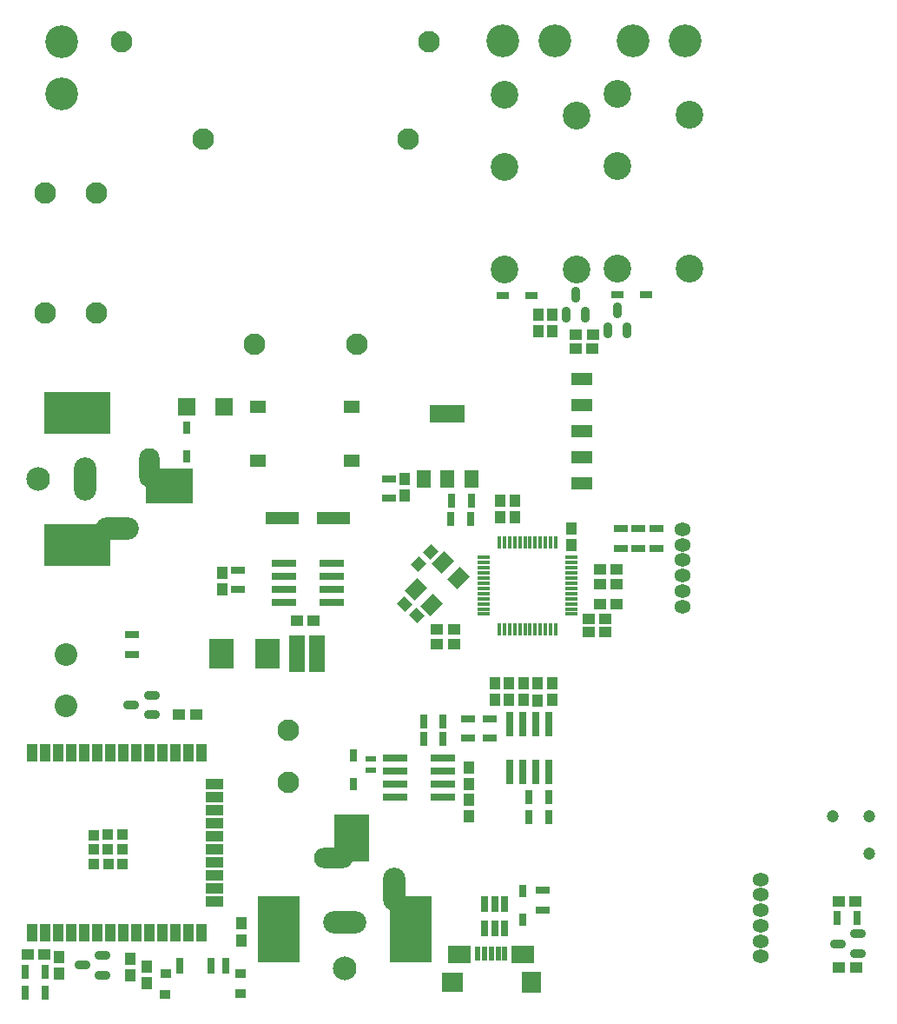
<source format=gts>
G04*
G04 #@! TF.GenerationSoftware,Altium Limited,Altium Designer,22.2.1 (43)*
G04*
G04 Layer_Color=8388736*
%FSLAX25Y25*%
%MOIN*%
G70*
G04*
G04 #@! TF.SameCoordinates,65C05967-714E-454F-997F-66751C825CAB*
G04*
G04*
G04 #@! TF.FilePolarity,Negative*
G04*
G01*
G75*
%ADD62R,0.04528X0.02559*%
G04:AMPARAMS|DCode=63|XSize=57.61mil|YSize=32.02mil|CornerRadius=10mil|HoleSize=0mil|Usage=FLASHONLY|Rotation=270.000|XOffset=0mil|YOffset=0mil|HoleType=Round|Shape=RoundedRectangle|*
%AMROUNDEDRECTD63*
21,1,0.05761,0.01201,0,0,270.0*
21,1,0.03760,0.03202,0,0,270.0*
1,1,0.02001,-0.00600,-0.01880*
1,1,0.02001,-0.00600,0.01880*
1,1,0.02001,0.00600,0.01880*
1,1,0.02001,0.00600,-0.01880*
%
%ADD63ROUNDEDRECTD63*%
%ADD64R,0.03900X0.04600*%
%ADD65R,0.08320X0.04895*%
%ADD66R,0.05512X0.03150*%
G04:AMPARAMS|DCode=67|XSize=57.61mil|YSize=32.02mil|CornerRadius=10mil|HoleSize=0mil|Usage=FLASHONLY|Rotation=0.000|XOffset=0mil|YOffset=0mil|HoleType=Round|Shape=RoundedRectangle|*
%AMROUNDEDRECTD67*
21,1,0.05761,0.01201,0,0,0.0*
21,1,0.03760,0.03202,0,0,0.0*
1,1,0.02001,0.01880,-0.00600*
1,1,0.02001,-0.01880,-0.00600*
1,1,0.02001,-0.01880,0.00600*
1,1,0.02001,0.01880,0.00600*
%
%ADD67ROUNDEDRECTD67*%
%ADD68R,0.04600X0.03900*%
%ADD69R,0.04343X0.06706*%
%ADD70R,0.06706X0.04343*%
%ADD71R,0.04343X0.04343*%
%ADD72R,0.04343X0.04343*%
%ADD73R,0.03150X0.05512*%
G04:AMPARAMS|DCode=74|XSize=46mil|YSize=39mil|CornerRadius=0mil|HoleSize=0mil|Usage=FLASHONLY|Rotation=45.000|XOffset=0mil|YOffset=0mil|HoleType=Round|Shape=Rectangle|*
%AMROTATEDRECTD74*
4,1,4,-0.00248,-0.03005,-0.03005,-0.00248,0.00248,0.03005,0.03005,0.00248,-0.00248,-0.03005,0.0*
%
%ADD74ROTATEDRECTD74*%

G04:AMPARAMS|DCode=75|XSize=66.93mil|YSize=53.15mil|CornerRadius=0mil|HoleSize=0mil|Usage=FLASHONLY|Rotation=45.000|XOffset=0mil|YOffset=0mil|HoleType=Round|Shape=Rectangle|*
%AMROTATEDRECTD75*
4,1,4,-0.00487,-0.04245,-0.04245,-0.00487,0.00487,0.04245,0.04245,0.00487,-0.00487,-0.04245,0.0*
%
%ADD75ROTATEDRECTD75*%

%ADD76R,0.01575X0.05118*%
%ADD77R,0.05118X0.01575*%
G04:AMPARAMS|DCode=78|XSize=46mil|YSize=39mil|CornerRadius=0mil|HoleSize=0mil|Usage=FLASHONLY|Rotation=315.000|XOffset=0mil|YOffset=0mil|HoleType=Round|Shape=Rectangle|*
%AMROTATEDRECTD78*
4,1,4,-0.03005,0.00248,-0.00248,0.03005,0.03005,-0.00248,0.00248,-0.03005,-0.03005,0.00248,0.0*
%
%ADD78ROTATEDRECTD78*%

%ADD79R,0.09658X0.02769*%
%ADD80R,0.04331X0.02362*%
%ADD81R,0.02559X0.04528*%
%ADD82R,0.25210X0.16154*%
%ADD83R,0.18123X0.13792*%
%ADD84R,0.12611X0.04737*%
%ADD85R,0.06693X0.06693*%
%ADD86R,0.09300X0.11599*%
%ADD87R,0.01968X0.05709*%
%ADD88R,0.08661X0.06693*%
%ADD89R,0.07874X0.07480*%
%ADD90R,0.07480X0.07874*%
%ADD91R,0.03162X0.06154*%
%ADD92R,0.05918X0.14186*%
%ADD93R,0.04331X0.03543*%
%ADD94R,0.03150X0.06299*%
%ADD95R,0.06378X0.05118*%
%ADD96R,0.05524X0.07099*%
%ADD97R,0.13792X0.07099*%
%ADD98R,0.02769X0.09658*%
%ADD99R,0.16154X0.25210*%
%ADD100R,0.13792X0.18123*%
%ADD101O,0.06299X0.05118*%
%ADD102C,0.04737*%
%ADD103C,0.10642*%
%ADD104C,0.08268*%
%ADD105C,0.08674*%
%ADD106O,0.07887X0.14973*%
%ADD107O,0.16548X0.08674*%
%ADD108O,0.08674X0.16548*%
%ADD109C,0.09068*%
%ADD110C,0.12611*%
%ADD111C,0.00394*%
%ADD112O,0.14973X0.07887*%
D62*
X201969Y274410D02*
D03*
X190945D02*
D03*
X235039Y274803D02*
D03*
X246063D02*
D03*
D63*
X231201Y261004D02*
D03*
X238681D02*
D03*
X234941Y268721D02*
D03*
X215158Y267008D02*
D03*
X222638D02*
D03*
X218898Y274724D02*
D03*
D64*
X204528Y266929D02*
D03*
Y260529D02*
D03*
X209842Y266980D02*
D03*
Y260579D02*
D03*
X217323Y185090D02*
D03*
Y178690D02*
D03*
X195669Y189320D02*
D03*
Y195720D02*
D03*
X189764Y195720D02*
D03*
Y189320D02*
D03*
X153150Y203987D02*
D03*
Y197587D02*
D03*
X204331Y125542D02*
D03*
Y119142D02*
D03*
X198819Y125641D02*
D03*
Y119241D02*
D03*
X193307Y125641D02*
D03*
Y119241D02*
D03*
X187795Y125641D02*
D03*
Y119241D02*
D03*
X177913Y74595D02*
D03*
Y80995D02*
D03*
X177854Y93357D02*
D03*
Y86958D02*
D03*
X54331Y10580D02*
D03*
Y16980D02*
D03*
X209842Y119241D02*
D03*
Y125641D02*
D03*
X20571Y20621D02*
D03*
Y14221D02*
D03*
X47835Y13532D02*
D03*
Y19932D02*
D03*
X90551Y27115D02*
D03*
Y33515D02*
D03*
X83071Y161662D02*
D03*
Y168062D02*
D03*
D65*
X221350Y202244D02*
D03*
Y212244D02*
D03*
Y222244D02*
D03*
Y232244D02*
D03*
Y242244D02*
D03*
D66*
X48425Y144291D02*
D03*
Y136811D02*
D03*
X236221Y177362D02*
D03*
Y184843D02*
D03*
X250000Y177362D02*
D03*
Y184843D02*
D03*
X242913Y177362D02*
D03*
Y184843D02*
D03*
X147244Y204134D02*
D03*
Y196653D02*
D03*
X185827Y112008D02*
D03*
Y104528D02*
D03*
X177559Y112008D02*
D03*
Y104528D02*
D03*
X89370Y161614D02*
D03*
Y169095D02*
D03*
X206299Y46260D02*
D03*
Y38780D02*
D03*
D67*
X56102Y113484D02*
D03*
Y120965D02*
D03*
X48386Y117224D02*
D03*
X37126Y13780D02*
D03*
Y21260D02*
D03*
X29409Y17520D02*
D03*
X327291Y22063D02*
D03*
Y29543D02*
D03*
X319575Y25803D02*
D03*
D68*
X66682Y113484D02*
D03*
X73082D02*
D03*
X172098Y146161D02*
D03*
X165698D02*
D03*
X230267Y145177D02*
D03*
X223867D02*
D03*
X230267Y150394D02*
D03*
X223867D02*
D03*
X234696Y155905D02*
D03*
X228296D02*
D03*
X172098Y140650D02*
D03*
X165698D02*
D03*
X225247Y253839D02*
D03*
X218847D02*
D03*
X225444Y259350D02*
D03*
X219044D02*
D03*
X234696Y163779D02*
D03*
X228296D02*
D03*
X234696Y169291D02*
D03*
X228296D02*
D03*
X326428Y16535D02*
D03*
X320028D02*
D03*
X319900Y41900D02*
D03*
X326300D02*
D03*
X118161Y149606D02*
D03*
X111761D02*
D03*
X8611Y21654D02*
D03*
X15011D02*
D03*
D69*
X10315Y30138D02*
D03*
X15315D02*
D03*
X20315D02*
D03*
X25315D02*
D03*
X30315D02*
D03*
X35315D02*
D03*
X40315D02*
D03*
X45315D02*
D03*
X50315D02*
D03*
X55315D02*
D03*
X60315D02*
D03*
X65315D02*
D03*
X70315D02*
D03*
X75315D02*
D03*
X10315Y98996D02*
D03*
X15315Y98996D02*
D03*
X20315D02*
D03*
X25315D02*
D03*
X30315D02*
D03*
X35315D02*
D03*
X40315D02*
D03*
X45315D02*
D03*
X50315D02*
D03*
X55315D02*
D03*
X60315D02*
D03*
X65315D02*
D03*
X70315D02*
D03*
X75315D02*
D03*
D70*
X80236Y42067D02*
D03*
D03*
Y47067D02*
D03*
Y52067D02*
D03*
Y57067D02*
D03*
Y62067D02*
D03*
Y67067D02*
D03*
Y72067D02*
D03*
Y77067D02*
D03*
Y82067D02*
D03*
X80315Y87067D02*
D03*
D71*
X33815Y61874D02*
D03*
X33772Y67449D02*
D03*
X39390Y61917D02*
D03*
X39346Y67492D02*
D03*
X44965Y61961D02*
D03*
X44921Y67535D02*
D03*
X33858Y56299D02*
D03*
D72*
X39433Y56343D02*
D03*
X45008Y56386D02*
D03*
D73*
X7677Y7087D02*
D03*
X15157D02*
D03*
X7677Y14961D02*
D03*
X15157D02*
D03*
X200984Y74410D02*
D03*
X208465D02*
D03*
X200984Y81890D02*
D03*
X208465D02*
D03*
X178746Y195669D02*
D03*
X171266D02*
D03*
X178543Y188583D02*
D03*
X171063D02*
D03*
X160433Y104331D02*
D03*
X167913D02*
D03*
X160433Y111024D02*
D03*
X167913D02*
D03*
X326780Y35800D02*
D03*
X319300D02*
D03*
D74*
X158662Y171359D02*
D03*
X163188Y175885D02*
D03*
D75*
X173862Y165867D02*
D03*
X163562Y155567D02*
D03*
X167737Y171992D02*
D03*
X157437Y161692D02*
D03*
D76*
X193504Y146260D02*
D03*
X191535D02*
D03*
X189567D02*
D03*
Y179724D02*
D03*
X191535D02*
D03*
X193504D02*
D03*
X195473D02*
D03*
X197441D02*
D03*
X199409D02*
D03*
X201378D02*
D03*
X203346D02*
D03*
X211221D02*
D03*
X209252Y146260D02*
D03*
X205315D02*
D03*
X203346D02*
D03*
X201378D02*
D03*
X199409D02*
D03*
X197441D02*
D03*
X195473D02*
D03*
X211221D02*
D03*
X207283D02*
D03*
X205315Y179724D02*
D03*
X207283D02*
D03*
X209252D02*
D03*
D77*
X217126Y171850D02*
D03*
Y169882D02*
D03*
Y167913D02*
D03*
Y165945D02*
D03*
Y163976D02*
D03*
Y162008D02*
D03*
Y160039D02*
D03*
Y158071D02*
D03*
Y156102D02*
D03*
Y154134D02*
D03*
Y152165D02*
D03*
Y173819D02*
D03*
X183661D02*
D03*
D03*
Y152165D02*
D03*
Y154134D02*
D03*
Y156102D02*
D03*
Y158071D02*
D03*
Y160039D02*
D03*
Y162008D02*
D03*
Y163976D02*
D03*
Y165945D02*
D03*
Y167913D02*
D03*
Y169882D02*
D03*
Y171850D02*
D03*
D78*
X153348Y156101D02*
D03*
X157873Y151576D02*
D03*
D79*
X149508Y96870D02*
D03*
Y91870D02*
D03*
Y86870D02*
D03*
Y81870D02*
D03*
X167815D02*
D03*
Y86870D02*
D03*
Y91870D02*
D03*
Y96870D02*
D03*
X125295Y156673D02*
D03*
Y161673D02*
D03*
Y166673D02*
D03*
Y171673D02*
D03*
X106988D02*
D03*
Y166673D02*
D03*
Y161673D02*
D03*
Y156673D02*
D03*
D80*
X140157Y92323D02*
D03*
Y96653D02*
D03*
D81*
X133465Y98032D02*
D03*
Y87008D02*
D03*
X69685Y223622D02*
D03*
Y212598D02*
D03*
X198425Y35039D02*
D03*
Y46063D02*
D03*
D82*
X27657Y229331D02*
D03*
Y178543D02*
D03*
D83*
X62894Y201378D02*
D03*
D84*
X106299Y188976D02*
D03*
X125984D02*
D03*
D85*
X83858Y231496D02*
D03*
X69685D02*
D03*
D86*
X100433Y137008D02*
D03*
X83031D02*
D03*
D87*
X191634Y22047D02*
D03*
X189075D02*
D03*
X186516D02*
D03*
X183957D02*
D03*
X181398D02*
D03*
D88*
X174311Y21555D02*
D03*
X198721D02*
D03*
D89*
X171555Y10827D02*
D03*
D90*
X201870D02*
D03*
D91*
X187795Y31693D02*
D03*
X191535D02*
D03*
X184055D02*
D03*
Y40945D02*
D03*
X187795D02*
D03*
X191535D02*
D03*
D92*
X112008Y137008D02*
D03*
X119488D02*
D03*
D93*
X61396Y6470D02*
D03*
X90158Y6496D02*
D03*
X61417Y14370D02*
D03*
X90158D02*
D03*
D94*
X84646Y17323D02*
D03*
X78740D02*
D03*
X66929D02*
D03*
D95*
X96969Y231516D02*
D03*
Y211004D02*
D03*
X132953Y231516D02*
D03*
Y211004D02*
D03*
D96*
X160630Y203937D02*
D03*
X178740D02*
D03*
D03*
X169685D02*
D03*
D03*
D97*
Y229134D02*
D03*
D98*
X208681Y109941D02*
D03*
X203681D02*
D03*
X198681D02*
D03*
X193681D02*
D03*
Y91634D02*
D03*
X198681D02*
D03*
X203681D02*
D03*
X208681D02*
D03*
D99*
X104921Y31201D02*
D03*
X155709D02*
D03*
D100*
X132874Y66437D02*
D03*
D101*
X289968Y50409D02*
D03*
Y44504D02*
D03*
Y38598D02*
D03*
Y32693D02*
D03*
Y26787D02*
D03*
Y20882D02*
D03*
X259842Y155118D02*
D03*
Y161024D02*
D03*
Y166929D02*
D03*
Y172835D02*
D03*
Y178740D02*
D03*
Y184646D02*
D03*
D102*
X317528Y74622D02*
D03*
X331701D02*
D03*
X331693Y60457D02*
D03*
D103*
X235039Y284646D02*
D03*
Y324016D02*
D03*
Y351575D02*
D03*
X262598Y284646D02*
D03*
Y343701D02*
D03*
X191732Y284252D02*
D03*
Y323622D02*
D03*
Y351181D02*
D03*
X219291Y284252D02*
D03*
Y343307D02*
D03*
D104*
X108661Y107480D02*
D03*
Y87795D02*
D03*
X44488Y371654D02*
D03*
X162598D02*
D03*
X15354Y313779D02*
D03*
X35039D02*
D03*
X15354Y267717D02*
D03*
X35039D02*
D03*
X154724Y334252D02*
D03*
X75984D02*
D03*
X135039Y255512D02*
D03*
X95669D02*
D03*
D105*
X23228Y136614D02*
D03*
Y116929D02*
D03*
D106*
X55216Y208268D02*
D03*
D107*
X43012Y185039D02*
D03*
X130315Y33957D02*
D03*
D108*
X30413Y203937D02*
D03*
X149213Y46555D02*
D03*
D109*
X12697Y203937D02*
D03*
X130315Y16240D02*
D03*
D110*
X260787Y372047D02*
D03*
X240787D02*
D03*
X210787Y372047D02*
D03*
X190787D02*
D03*
X21654Y371811D02*
D03*
Y351811D02*
D03*
D111*
X81693Y10433D02*
D03*
X69882D02*
D03*
D112*
X125984Y58760D02*
D03*
M02*

</source>
